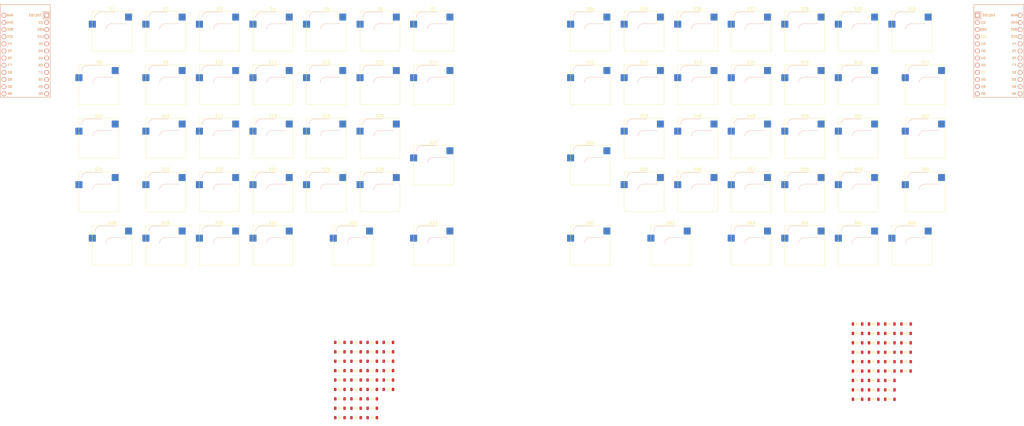
<source format=kicad_pcb>
(kicad_pcb (version 20241229) (generator "pcbnew") (generator_version "9.0")
  (layers (0 "F.Cu" signal) (2 "B.Cu" signal) (13 "F.Paste" user) (15 "B.Paste" user) (5 "F.SilkS" user "F.Silkscreen") (7 "B.SilkS" user "B.Silkscreen") (1 "F.Mask" user) (3 "B.Mask" user) (25 "Edge.Cuts" user))
  (net 0 "")
  (net 1 "/Oath-66-Duo-Left/Row 0")
  (net 2 "Net-(D1-A)")
  (net 3 "Net-(D2-A)")
  (net 4 "Net-(D3-A)")
  (net 5 "Net-(D4-A)")
  (net 6 "Net-(D5-A)")
  (net 7 "Net-(D6-A)")
  (net 8 "Net-(D7-A)")
  (net 9 "/Oath-66-Duo-Left/Row 1")
  (net 10 "Net-(D8-A)")
  (net 11 "Net-(D9-A)")
  (net 12 "Net-(D10-A)")
  (net 13 "Net-(D11-A)")
  (net 14 "Net-(D12-A)")
  (net 15 "Net-(D13-A)")
  (net 16 "Net-(D14-A)")
  (net 17 "Net-(D15-A)")
  (net 18 "/Oath-66-Duo-Left/Row 2")
  (net 19 "Net-(D16-A)")
  (net 20 "Net-(D17-A)")
  (net 21 "Net-(D18-A)")
  (net 22 "Net-(D19-A)")
  (net 23 "Net-(D20-A)")
  (net 24 "/Oath-66-Duo-Left/Row 3")
  (net 25 "Net-(D21-A)")
  (net 26 "Net-(D22-A)")
  (net 27 "Net-(D23-A)")
  (net 28 "Net-(D24-A)")
  (net 29 "Net-(D25-A)")
  (net 30 "Net-(D26-A)")
  (net 31 "Net-(D27-A)")
  (net 32 "Net-(D28-A)")
  (net 33 "/Oath-66-Duo-Left/Row 4")
  (net 34 "Net-(D29-A)")
  (net 35 "Net-(D30-A)")
  (net 36 "Net-(D31-A)")
  (net 37 "Net-(D32-A)")
  (net 38 "Net-(D33-A)")
  (net 39 "Net-(D34-A)")
  (net 40 "/Oath-66-Duo-Right/Row 0")
  (net 41 "Net-(D35-A)")
  (net 42 "Net-(D36-A)")
  (net 43 "Net-(D37-A)")
  (net 44 "Net-(D38-A)")
  (net 45 "Net-(D39-A)")
  (net 46 "Net-(D40-A)")
  (net 47 "/Oath-66-Duo-Right/Row 1")
  (net 48 "Net-(D41-A)")
  (net 49 "Net-(D42-A)")
  (net 50 "Net-(D43-A)")
  (net 51 "Net-(D44-A)")
  (net 52 "Net-(D45-A)")
  (net 53 "Net-(D46-A)")
  (net 54 "Net-(D47-A)")
  (net 55 "Net-(D48-A)")
  (net 56 "Net-(D49-A)")
  (net 57 "Net-(D50-A)")
  (net 58 "Net-(D51-A)")
  (net 59 "Net-(D52-A)")
  (net 60 "Net-(D53-A)")
  (net 61 "/Oath-66-Duo-Right/Row 3")
  (net 62 "Net-(D54-A)")
  (net 63 "Net-(D55-A)")
  (net 64 "Net-(D56-A)")
  (net 65 "Net-(D57-A)")
  (net 66 "Net-(D58-A)")
  (net 67 "Net-(D59-A)")
  (net 68 "Net-(D60-A)")
  (net 69 "/Oath-66-Duo-Right/Row 4")
  (net 70 "Net-(D61-A)")
  (net 71 "Net-(D62-A)")
  (net 72 "Net-(D63-A)")
  (net 73 "Net-(D64-A)")
  (net 74 "Net-(D65-A)")
  (net 75 "Net-(D66-A)")
  (net 76 "/Oath-66-Duo-Left/Col 0")
  (net 77 "/Oath-66-Duo-Left/Col 1")
  (net 78 "/Oath-66-Duo-Left/Col 2")
  (net 79 "/Oath-66-Duo-Left/Col 3")
  (net 80 "/Oath-66-Duo-Left/Col 4")
  (net 81 "/Oath-66-Duo-Left/Col 5")
  (net 82 "/Oath-66-Duo-Left/Col 6")
  (net 83 "/Oath-66-Duo-Right/Col 0")
  (net 84 "/Oath-66-Duo-Right/Col 1")
  (net 85 "/Oath-66-Duo-Right/Col 2")
  (net 86 "/Oath-66-Duo-Right/Col 3")
  (net 87 "/Oath-66-Duo-Right/Col 4")
  (net 88 "/Oath-66-Duo-Right/Col 5")
  (net 89 "/Oath-66-Duo-Right/Col 6")
  (footprint "ScottoKeebs_Components:Diode_SOD-123" (layer "F.Cu") (at 145.189102 152.248482)
    (property "Reference" "D11" (hide yes))
    (property "Value" "Diode")
  )
  (footprint "ScottoKeebs_Hotswap:Hotswap_MX_1.00u" (layer "F.Cu") (at 304.8 38.1)
    (property "Reference" "S38")
    (property "Value" "Keyswitch")
  )
  (footprint "ScottoKeebs_Components:Diode_SOD-123" (layer "F.Cu") (at 335.09375 169.15)
    (property "Reference" "D60" (hide yes))
    (property "Value" "Diode")
  )
  (footprint "ScottoKeebs_Hotswap:Hotswap_MX_1.00u" (layer "F.Cu") (at 96.55175 95.25)
    (property "Reference" "S23")
    (property "Value" "Keyswitch")
  )
  (footprint "ScottoKeebs_Components:Diode_SOD-123" (layer "F.Cu") (at 145.189102 172.348482)
    (property "Reference" "D17" (hide yes))
    (property "Value" "Diode")
  )
  (footprint "ScottoKeebs_Components:Diode_SOD-123" (layer "F.Cu") (at 145.189102 148.898482)
    (property "Reference" "D10" (hide yes))
    (property "Value" "Diode")
  )
  (footprint "ScottoKeebs_Components:Diode_SOD-123" (layer "F.Cu") (at 335.09375 159.1)
    (property "Reference" "D57" (hide yes))
    (property "Value" "Diode")
  )
  (footprint "ScottoKeebs_Hotswap:Hotswap_MX_1.00u" (layer "F.Cu") (at 285.75 38.1)
    (property "Reference" "S37")
    (property "Value" "Keyswitch")
  )
  (footprint "ScottoKeebs_Components:Diode_SOD-123" (layer "F.Cu") (at 335.09375 152.4)
    (property "Reference" "D55" (hide yes))
    (property "Value" "Diode")
  )
  (footprint "ScottoKeebs_Hotswap:Hotswap_MX_1.00u" (layer "F.Cu") (at 323.85 114.3)
    (property "Reference" "S65")
    (property "Value" "Keyswitch")
  )
  (footprint "ScottoKeebs_Hotswap:Hotswap_MX_1.00u" (layer "F.Cu") (at 96.55175 76.2)
    (property "Reference" "S17")
    (property "Value" "Keyswitch")
  )
  (footprint "ScottoKeebs_Components:Diode_SOD-123" (layer "F.Cu") (at 323.59375 142.35)
    (property "Reference" "D34" (hide yes))
    (property "Value" "Diode")
  )
  (footprint "ScottoKeebs_Components:Diode_SOD-123" (layer "F.Cu") (at 335.09375 162.45)
    (property "Reference" "D58" (hide yes))
    (property "Value" "Diode")
  )
  (footprint "ScottoKeebs_Components:Diode_SOD-123" (layer "F.Cu") (at 139.439102 168.998482)
    (property "Reference" "D7" (hide yes))
    (property "Value" "Diode")
  )
  (footprint "ScottoKeebs_Components:Diode_SOD-123" (layer "F.Cu") (at 335.09375 145.7)
    (property "Reference" "D52" (hide yes))
    (property "Value" "Diode")
  )
  (footprint "ScottoKeebs_Components:Diode_SOD-123" (layer "F.Cu") (at 139.439102 155.598482)
    (property "Reference" "D3" (hide yes))
    (property "Value" "Diode")
  )
  (footprint "ScottoKeebs_Components:Diode_SOD-123" (layer "F.Cu") (at 329.34375 152.4)
    (property "Reference" "D46" (hide yes))
    (property "Value" "Diode")
  )
  (footprint "ScottoKeebs_Hotswap:Hotswap_MX_1.00u" (layer "F.Cu") (at 323.85 57.15)
    (property "Reference" "S46")
    (property "Value" "Keyswitch")
  )
  (footprint "ScottoKeebs_Components:Diode_SOD-123" (layer "F.Cu") (at 156.689102 148.898482)
    (property "Reference" "D28" (hide yes))
    (property "Value" "Diode")
  )
  (footprint "ScottoKeebs_Components:Diode_SOD-123" (layer "F.Cu") (at 335.09375 142.35)
    (property "Reference" "D51" (hide yes))
    (property "Value" "Diode")
  )
  (footprint "ScottoKeebs_Hotswap:Hotswap_MX_1.00u" (layer "F.Cu") (at 134.65175 95.25)
    (property "Reference" "S25")
    (property "Value" "Keyswitch")
  )
  (footprint "ScottoKeebs_Hotswap:Hotswap_MX_1.00u" (layer "F.Cu") (at 285.75 95.25)
    (property "Reference" "S57")
    (property "Value" "Keyswitch")
  )
  (footprint "ScottoKeebs_Components:Diode_SOD-123" (layer "F.Cu") (at 150.939102 162.298482)
    (property "Reference" "D23" (hide yes))
    (property "Value" "Diode")
  )
  (footprint "ScottoKeebs_Hotswap:Hotswap_MX_1.00u" (layer "F.Cu") (at 285.75 57.15)
    (property "Reference" "S44")
    (property "Value" "Keyswitch")
  )
  (footprint "ScottoKeebs_Hotswap:Hotswap_MX_1.00u" (layer "F.Cu") (at 115.60175 95.25)
    (property "Reference" "S24")
    (property "Value" "Keyswitch")
  )
  (footprint "ScottoKeebs_Components:Diode_SOD-123" (layer "F.Cu") (at 150.939102 172.348482)
    (property "Reference" "D26" (hide yes))
    (property "Value" "Diode")
  )
  (footprint "ScottoKeebs_Components:Diode_SOD-123" (layer "F.Cu") (at 323.59375 165.8)
    (property "Reference" "D41" (hide yes))
    (property "Value" "Diode")
  )
  (footprint "ScottoKeebs_Components:Diode_SOD-123" (layer "F.Cu") (at 329.34375 145.7)
    (property "Reference" "D44" (hide yes))
    (property "Value" "Diode")
  )
  (footprint "ScottoKeebs_Hotswap:Hotswap_MX_1.00u" (layer "F.Cu") (at 77.50175 38.1)
    (property "Reference" "S2")
    (property "Value" "Keyswitch")
  )
  (footprint "ScottoKeebs_Hotswap:Hotswap_MX_1.50u" (layer "F.Cu") (at 347.6625 57.15)
    (property "Reference" "S47")
    (property "Value" "Keyswitch")
  )
  (footprint "ScottoKeebs_Hotswap:Hotswap_MX_1.00u" (layer "F.Cu") (at 77.50175 95.25)
    (property "Reference" "S22")
    (property "Value" "Keyswitch")
  )
  (footprint "ScottoKeebs_Hotswap:Hotswap_MX_1.00u" (layer "F.Cu") (at 77.50175 57.15)
    (property "Reference" "S9")
    (property "Value" "Keyswitch")
  )
  (footprint "ScottoKeebs_Hotswap:Hotswap_MX_2.00u" (layer "F.Cu") (at 144.17675 114.3)
    (property "Reference" "S32")
    (property "Value" "Keyswitch")
  )
  (footprint "ScottoKeebs_Hotswap:Hotswap_MX_1.50u" (layer "F.Cu") (at 347.6625 76.2)
    (property "Reference" "S52")
    (property "Value" "Keyswitch")
  )
  (footprint "ScottoKeebs_Components:Diode_SOD-123" (layer "F.Cu") (at 150.939102 155.598482)
    (property "Reference" "D21" (hide yes))
    (property "Value" "Diode")
  )
  (footprint "ScottoKeebs_Hotswap:Hotswap_MX_1.00u" (layer "F.Cu") (at 172.75175 57.15)
    (property "Reference" "S14")
    (property "Value" "Keyswitch")
  )
  (footprint "ScottoKeebs_Hotswap:Hotswap_MX_1.00u" (layer "F.Cu") (at 266.7 57.15)
    (property "Reference" "S43")
    (property "Value" "Keyswitch")
  )
  (footprint "ScottoKeebs_Components:Diode_SOD-123" (layer "F.Cu") (at 340.84375 152.4)
    (property "Reference" "D64" (hide yes))
    (property "Value" "Diode")
  )
  (footprint "ScottoKeebs_Components:Diode_SOD-123" (layer "F.Cu") (at 150.939102 175.698482)
    (property "Reference" "D27" (hide yes))
    (property "Value" "Diode")
  )
  (footprint "ScottoKeebs_Hotswap:Hotswap_MX_1.00u" (layer "F.Cu") (at 285.75 114.3)
    (property "Reference" "S63")
    (property "Value" "Keyswitch")
  )
  (footprint "ScottoKeebs_Components:Diode_SOD-123" (layer "F.Cu") (at 329.34375 142.35)
    (property "Reference" "D43" (hide yes))
    (property "Value" "Diode")
  )
  (footprint "ScottoKeebs_Hotswap:Hotswap_MX_1.00u" (layer "F.Cu") (at 228.6 57.15)
    (property "Reference" "S41")
    (property "Value" "Keyswitch")
  )
  (footprint "ScottoKeebs_Hotswap:Hotswap_MX_1.00u" (layer "F.Cu") (at 228.6 114.3)
    (property "Reference" "S61")
    (property "Value" "Keyswitch")
  )
  (footprint "ScottoKeebs_Hotswap:Hotswap_MX_1.00u" (layer "F.Cu") (at 304.8 76.2)
    (property "Reference" "S50")
    (property "Value" "Keyswitch")
  )
  (footprint "ScottoKeebs_Components:Diode_SOD-123" (layer "F.Cu") (at 329.34375 169.15)
    (property "Reference" "D50" (hide yes))
    (property "Value" "Diode")
  )
  (footprint "ScottoKeebs_Hotswap:Hotswap_MX_1.00u" (layer "F.Cu") (at 134.65175 57.15)
    (property "Reference" "S12")
    (property "Value" "Keyswitch")
  )
  (footprint "ScottoKeebs_Components:Diode_SOD-123" (layer "F.Cu") (at 335.09375 149.05)
    (property "Reference" "D54" (hide yes))
    (property "Value" "Diode")
  )
  (footprint "ScottoKeebs_Hotswap:Hotswap_MX_1.00u" (layer "F.Cu") (at 266.7 38.1)
    (property "Reference" "S36")
    (property "Value" "Keyswitch")
  )
  (footprint "ScottoKeebs_Hotswap:Hotswap_MX_1.00u" (layer "F.Cu") (at 77.50175 76.2)
    (property "Reference" "S16")
    (property "Value" "Keyswitch")
  )
  (footprint "ScottoKeebs_MCU:Arduino_Pro_Micro" (layer "F.Cu") (at 373.84 46.355)
    (property "Reference" "U2" (hide yes))
    (property "Value" "Arduino_Pro_Micro" (hide yes))
  )
  (footprint "ScottoKeebs_Hotswap:Hotswap_MX_1.00u" (layer "F.Cu") (at 153.70175 76.2)
    (property "Reference" "S20")
    (property "Value" "Keyswitch")
  )
  (footprint "ScottoKeebs_Hotswap:Hotswap_MX_1.00u" (layer "F.Cu") (at 342.9 38.1)
    (property "Reference" "S40")
    (property "Value" "Keyswitch")
  )
  (footprint "ScottoKeebs_Components:Diode_SOD-123" (layer "F.Cu") (at 329.34375 159.1)
    (property "Reference" "D53" (hide yes))
    (property "Value" "Diode")
  )
  (footprint "ScottoKeebs_Components:Diode_SOD-123" (layer "F.Cu") (at 150.939102 158.948482)
    (property "Reference" "D22" (hide yes))
    (property "Value" "Diode")
  )
  (footprint "ScottoKeebs_Components:Diode_SOD-123" (layer "F.Cu") (at 139.439102 175.698482)
    (property "Reference" "D9" (hide yes))
    (property "Value" "Diode")
  )
  (footprint "ScottoKeebs_Hotswap:Hotswap_MX_1.00u" (layer "F.Cu") (at 304.8 95.25)
    (property "Reference" "S58")
    (property "Value" "Keyswitch")
  )
  (footprint "ScottoKeebs_Hotswap:Hotswap_MX_1.00u" (layer "F.Cu") (at 247.65 76.2)
    (property "Reference" "S53")
    (property "Value" "Keyswitch")
  )
  (footprint "ScottoKeebs_Components:Diode_SOD-123" (layer "F.Cu") (at 139.439102 148.898482)
    (property "Reference" "D1" (hide yes))
    (property "Value" "Diode")
  )
  (footprint "ScottoKeebs_Hotswap:Hotswap_MX_1.00u" (layer "F.Cu") (at 153.70175 95.25)
    (property "Reference" "S26")
    (property "Value" "Keyswitch")
  )
  (footprint "ScottoKeebs_Components:Diode_SOD-123" (layer "F.Cu") (at 340.84375 159.1)
    (property "Reference" "D66" (hide yes))
    (property "Value" "Diode")
  )
  (footprint "ScottoKeebs_Hotswap:Hotswap_MX_1.00u" (layer "F.Cu") (at 134.65175 38.1)
    (property "Reference" "S5")
    (property "Value" "Keyswitch")
  )
  (footprint "ScottoKeebs_Components:Diode_SOD-123" (layer "F.Cu") (at 145.189102 175.698482)
    (property "Reference" "D18" (hide yes))
    (property "Value" "Diode")
  )
  (footprint "ScottoKeebs_Hotswap:Hotswap_MX_1.50u" (layer "F.Cu") (at 53.68925 95.25)
    (property "Reference" "S21")
    (property "Value" "Keyswitch")
  )
  (footprint "ScottoKeebs_Hotswap:Hotswap_MX_1.00u" (layer "F.Cu") (at 285.75 76.2)
    (property "Reference" "S49")
    (property "Value" "Keyswitch")
  )
  (footprint "ScottoKeebs_Components:Diode_SOD-123" (layer "F.Cu") (at 150.939102 168.998482)
    (property "Reference" "D25" (hide yes))
    (property "Value" "Diode")
  )
  (footprint "ScottoKeebs_Hotswap:Hotswap_MX_1.00u" (layer "F.Cu") (at 115.60175 38.1)
    (property "Reference" "S4")
    (property "Value" "Keyswitch")
  )
  (footprint "ScottoKeebs_Hotswap:Hotswap_MX_1.00u" (layer "F.Cu") (at 247.65 38.1)
    (property "Reference" "S35")
    (property "Value" "Keyswitch")
  )
  (footprint "ScottoKeebs_Hotswap:Hotswap_MX_1.00u" (layer "F.Cu") (at 323.85 95.25)
    (property "Reference" "S59")
    (property "Value" "Keyswitch")
  )
  (footprint "ScottoKeebs_Hotswap:Hotswap_MX_1.50u" (layer "F.Cu") (at 53.68925 76.2)
    (property "Reference" "S15")
    (property "Value" "Keyswitch")
  )
  (footprint "ScottoKeebs_Hotswap:Hotswap_MX_1.00u" (layer "F.Cu") (at 134.65175 76.2)
    (property "Reference" "S19")
    (property "Value" "Keyswitch")
  )
  (footprint "ScottoKeebs_Components:Diode_SOD-123" (layer "F.Cu") (at 156.689102 152.248482)
    (property "Reference" "D29" (hide yes))
    (property "Value" "Diode")
  )
  (footprint "ScottoKeebs_Components:Diode_SOD-123" (layer "F.Cu") (at 340.84375 145.7)
    (property "Reference" "D62" (hide yes))
    (property "Value" "Diode")
  )
  (footprint "ScottoKeebs_Hotswap:Hotswap_MX_1.00u" (layer "F.Cu") (at 247.65 95.25)
    (property "Reference" "S55")
    (property "Value" "Keyswitch")
  )
  (footprint "ScottoKeebs_Components:Diode_SOD-123" (layer "F.Cu") (at 145.189102 158.948482)
    (property "Reference" "D13" (hide yes))
    (property "Value" "Diode")
  )
  (footprint "ScottoKeebs_Components:Diode_SOD-123" (layer "F.Cu") (at 329.34375 162.45)
    (property "Reference" "D48" (hide yes))
    (property "Value" "Diode")
  )
  (footprint "ScottoKeebs_Components:Diode_SOD-123" (layer "F.Cu") (at 323.59375 152.4)
    (property "Reference" "D37" (hide yes))
    (property "Value" "Diode")
  )
  (footprint "ScottoKeebs_Components:Diode_SOD-123" (layer "F.Cu") (at 329.34375 155.75)
    (property "Reference" "D47" (hide yes))
    (property "Value" "Diode")
  )
  (footprint "ScottoKeebs_Components:Diode_SOD-123" (layer "F.Cu") (at 139.439102 152.248482)
    (property "Reference" "D2" (hide yes))
    (property "Value" "Diode")
  )
  (footprint "ScottoKeebs_Hotswap:Hotswap_MX_1.00u" (layer "F.Cu") (at 153.70175 57.15)
    (property "Reference" "S13")
    (property "Value" "Keyswitch")
  )
  (footprint "ScottoKeebs_Hotswap:Hotswap_MX_1.00u" (layer "F.Cu") (at 266.7 95.25)
    (property "Reference" "S56")
    (property "Value" "Keyswitch")
  )
  (footprint "ScottoKeebs_Components:Diode_SOD-123" (layer "F.Cu") (at 335.09375 155.75)
    (property "Reference" "D56" (hide yes))
    (property "Value" "Diode")
  )
  (footprint "ScottoKeebs_Hotswap:Hotswap_MX_1.00u" (layer "F.Cu") (at 323.85 38.1)
    (property "Reference" "S39")
    (property "Value" "Keyswitch")
  )
  (footprint "ScottoKeebs_Hotswap:Hotswap_MX_1.00u" (layer "F.Cu") (at 77.50175 114.3)
    (property "Reference" "S29")
    (property "Value" "Keyswitch")
  )
  (footprint "ScottoKeebs_Components:Diode_SOD-123" (layer "F.Cu") (at 329.34375 165.8)
    (property "Reference" "D49" (hide yes))
    (property "Value" "Diode")
  )
  (footprint "ScottoKeebs_Components:Diode_SOD-123" (layer "F.Cu") (at 156.689102 155.598482)
    (property "Reference" "D30" (hide yes))
    (property "Value" "Diode")
  )
  (footprint "ScottoKeebs_Components:Diode_SOD-123" (layer "F.Cu") (at 156.689102 158.948482)
    (property "Reference" "D31" (hide yes))
    (property "Value" "Diode")
  )
  (footprint "ScottoKeebs_Hotswap:Hotswap_MX_1.00u" (layer "F.Cu") (at 342.9 114.3)
    (property "Reference" "S66")
    (property "Value" "Keyswitch")
  )
  (footprint "ScottoKeebs_Components:Diode_SOD-123" (layer "F.Cu") (at 139.439102 165.648482)
    (property "Reference" "D6" (hide yes))
    (property "Value" "Diode")
  )
  (footprint "ScottoKeebs_Hotswap:Hotswap_MX_2.00u" (layer "F.Cu") (at 257.175 114.3)
    (property "Reference" "S62")
    (property "Value" "Keyswitch")
  )
  (footprint "ScottoKeebs_Hotswap:Hotswap_MX_1.00u" (layer "F.Cu") (at 323.85 76.2)
    (property "Reference" "S51")
    (property "Value" "Keyswitch")
  )
  (footprint "ScottoKeebs_Components:Diode_SOD-123" (layer "F.Cu") (at 145.189102 168.998482)
    (property "Reference" "D16" (hide yes))
    (property "Value" "Diode")
  )
  (footprint "ScottoKeebs_Components:Diode_SOD-123" (layer "F.Cu") (at 335.09375 165.8)
    (property "Reference" "D59" (hide yes))
    (property "Value" "Diode")
  )
  (footprint "ScottoKeebs_Components:Diode_SOD-123" (layer "F.Cu") (at 340.84375 155.75)
    (property "Reference" "D65" (hide yes))
    (property "Value" "Diode")
  )
  (footprint "ScottoKeebs_Components:Diode_SOD-123" (layer "F.Cu") (at 139.439102 162.298482)
    (property "Reference" "D5" (hide yes))
    (property "Value" "Diode")
  )
  (footprint "ScottoKeebs_Components:Diode_SOD-123" (layer "F.Cu") (at 323.59375 155.75)
    (property "Reference" "D38" (hide yes))
    (property "Value" "Diode")
  )
  (footprint "ScottoKeebs_Components:Diode_SOD-123" (layer "F.Cu") (at 323.59375 159.1)
    (property "Reference" "D39" (hide yes))
    (property "Value" "Diode")
  )
  (footprint "ScottoKeebs_Components:Diode_SOD-123" (layer "F.Cu") (at 150.939102 165.648482)
    (property "Reference" "D24" (hide yes))
    (property "Value" "Diode")
  )
  (footprint "ScottoKeebs_Components:Diode_SOD-123" (layer "F.Cu") (at 329.34375 149.05)
    (property "Reference" "D45" (hide yes))
    (property "Value" "Diode")
  )
  (footprint "ScottoKeebs_Components:Diode_SOD-123" (layer "F.Cu") (at 145.189102 165.648482)
    (property "Reference" "D15" (hide yes))
    (property "Value" "Diode")
  )
  (footprint "ScottoKeebs_Components:Diode_SOD-123" (layer "F.Cu") (at 150.939102 152.248482)
    (property "Reference" "D20" (hide yes))
    (property "Value" "Diode")
  )
  (footprint "ScottoKeebs_Hotswap:Hotswap_MX_1.00u" (layer "F.Cu") (at 96.55175 57.15)
    (property "Reference" "S10")
    (property "Value" "Keyswitch")
  )
  (footprint "ScottoKeebs_Hotswap:Hotswap_MX_2.00u_90deg" (layer "F.Cu") (at 172.75175 85.725)
    (property "Reference" "S27")
    (property "Value" "Keyswitch")
  )
  (footprint "ScottoKeebs_Hotswap:Hotswap_MX_2.00u_90deg" (layer "F.Cu") (at 228.6 85.725)
    (property "Reference" "S54")
    (property "Value" "Keyswitch")
  )
  (footprint "ScottoKeebs_Components:Diode_SOD-123" (layer "F.Cu") (at 340.84375 142.35)
    (property "Reference" "D61" (hide yes))
    (property "Value" "Diode")
  )
  (footprint "ScottoKeebs_Hotswap:Hotswap_MX_1.00u" (layer "F.Cu") (at 58.45175 114.3)
    (property "Reference" "S28")
    (property "Value" "Keyswitch")
  )
  (footprint "ScottoKeebs_Components:Diode_SOD-123" (layer "F.Cu") (at 145.189102 155.598482)
    (property "Reference" "D12" (hide yes))
    (property "Value" "Diode")
  )
  (footprint "ScottoKeebs_Hotswap:Hotswap_MX_1.00u" (layer "F.Cu") (at 172.75175 38.1)
    (property "Reference" "S7")
    (property "Value" "Keyswitch")
  )
  (footprint "ScottoKeebs_Hotswap:Hotswap_MX_1.00u" (layer "F.Cu") (at 228.600064 38.1)
    (property "Reference" "S34")
    (property "Value" "Keyswitch")
  )
  (footprint "ScottoKeebs_Hotswap:Hotswap_MX_1.00u" (layer "F.Cu") (at 96.55175 38.1)
    (property "Reference" "S3")
    (property "Value" "Keyswitch")
  )
  (footprint "ScottoKeebs_Components:Diode_SOD-123" (layer "F.Cu") (at 340.84375 149.05)
    (property "Reference" "D63" (hide yes))
    (property "Value" "Diode")
  )
  (footprint "ScottoKeebs_Components:Diode_SOD-123" (layer "F.Cu") (at 139.439102 158.948482)
    (property "Reference" "D4" (hide yes))
    (property "Value" "Diode")
  )
  (footprint "ScottoKeebs_Hotswap:Hotswap_MX_1.00u" (layer "F.Cu") (at 96.55175 114.3)
    (property "Reference" "S30")
    (property "Value" "Keyswitch")
  )
  (footprint "ScottoKeebs_Components:Diode_SOD-123" (layer "F.Cu") (at 323.59375 162.45)
    (property "Reference" "D40" (hide yes))
    (property "Value" "Diode")
  )
  (footprint "ScottoKeebs_Components:Diode_SOD-123" (layer "F.Cu") (at 323.59375 149.05)
    (property "Reference" "D36" (hide yes))
    (property "Value" "Diode")
  )
  (footprint "ScottoKeebs_Components:Diode_SOD-123" (layer "F.Cu") (at 156.689102 162.298482)
    (property "Reference" "D32" (hide yes))
    (property "Value" "Diode")
  )
  (footprint "ScottoKeebs_Components:Diode_SOD-123" (layer "F.Cu") (at 139.439102 172.348482)
    (property "Reference" "D8" (hide yes))
    (property "Value" "Diode")
  )
  (footprint "ScottoKeebs_Components:Diode_SOD-123" (layer "F.Cu") (at 323.59375 145.7)
    (property "Reference" "D35" (hide yes))
    (property "Value" "Diode")
  )
  (footprint "ScottoKeebs_Hotswap:Hotswap_MX_1.00u" (layer "F.Cu") (at 304.8 114.3)
    (property "Reference" "S64")
    (property "Value" "Keyswitch")
  )
  (footprint "ScottoKeebs_Hotswap:Hotswap_MX_1.50u" (layer "F.Cu") (at 53.68925 57.15)
    (property "Reference" "S8")
    (property "Value" "Keyswitch")
  )
  (footprint "ScottoKeebs_Components:Diode_SOD-123" (layer "F.Cu") (at 156.689102 165.648482)
    (property "Reference" "D33" (hide yes))
    (property "Value" "Diode")
  )
  (footprint "ScottoKeebs_Components:Diode_SOD-123" (layer "F.Cu") (at 323.59375 169.15)
    (property "Reference" "D42" (hide yes))
    (property "Value" "Diode")
  )
  (footprint "ScottoKeebs_Hotswap:Hotswap_MX_1.00u" (layer "F.Cu") (at 115.60175 114.3)
    (property "Reference" "S31")
    (property "Value" "Keyswitch")
  )
  (footprint "ScottoKeebs_Hotswap:Hotswap_MX_1.50u" (layer "F.Cu") (at 347.6625 95.25)
    (property "Reference" "S60")
    (property "Value" "Keyswitch")
  )
  (footprint "ScottoKeebs_Hotswap:Hotswap_MX_1.00u" (layer "F.Cu") (at 115.60175 76.2)
    (property "Reference" "S18")
    (property "Value" "Keyswitch")
  )
  (footprint "ScottoKeebs_Hotswap:Hotswap_MX_1.00u" (layer "F.Cu") (at 153.70175 38.1)
    (property "Reference" "S6")
    (property "Value" "Keyswitch")
  )
  (footprint "ScottoKeebs_Components:Diode_SOD-123" (layer "F.Cu") (at 145.189102 162.298482)
    (property "Reference" "D14" (hide yes))
    (property "Value" "Diode")
  )
  (footprint "ScottoKeebs_Hotswap:Hotswap_MX_1.00u" (layer "F.Cu") (at 172.75175 114.3)
    (property "Reference" "S33")
    (property "Value" "Keyswitch")
  )
  (footprint "ScottoKeebs_Hotswap:Hotswap_MX_1.00u" (layer "F.Cu") (at 115.60175 57.15)
    (property "Reference" "S11")
    (property "Value" "Keyswitch")
  )
  (footprint "ScottoKeebs_Hotswap:Hotswap_MX_1.00u" (layer "F.Cu") (at 58.45175 38.1)
    (property "Reference" "S1")
    (property "Value" "Keyswitch")
  )
  (footprint "ScottoKeebs_Hotswap:Hotswap_MX_1.00u" (layer "F.Cu") (at 266.7 76.2)
    (property "Reference" "S48")
    (property "Value" "Keyswitch")
  )
  (footprint "ScottoKeebs_Hotswap:Hotswap_MX_1.00u" (layer "F.Cu") (at 247.65 57.15)
    (property "Reference" "S42")
    (property "Value" "Keyswitch")
  )
  (footprint "ScottoKeebs_Components:Diode_SOD-123" (layer "F.Cu") (at 150.939102 148.898482)
    (property "Reference" "D19" (hide yes))
    (property "Value" "Diode")
  )
  (footprint "ScottoKeebs_Hotswap:Hotswap_MX_1.00u" (layer "F.Cu") (at 304.8 57.15)
    (property "Reference" "S45")
    (property "Value" "Keyswitch")
  )
  (footprint "ScottoKeebs_MCU:Arduino_Pro_Micro" (layer "B.Cu") (at 27.51175 46.355 180)
    (property "Reference" "U1" (hide yes))
    (property "Value" "Arduino_Pro_Micro" (hide yes))
  )
)
</source>
